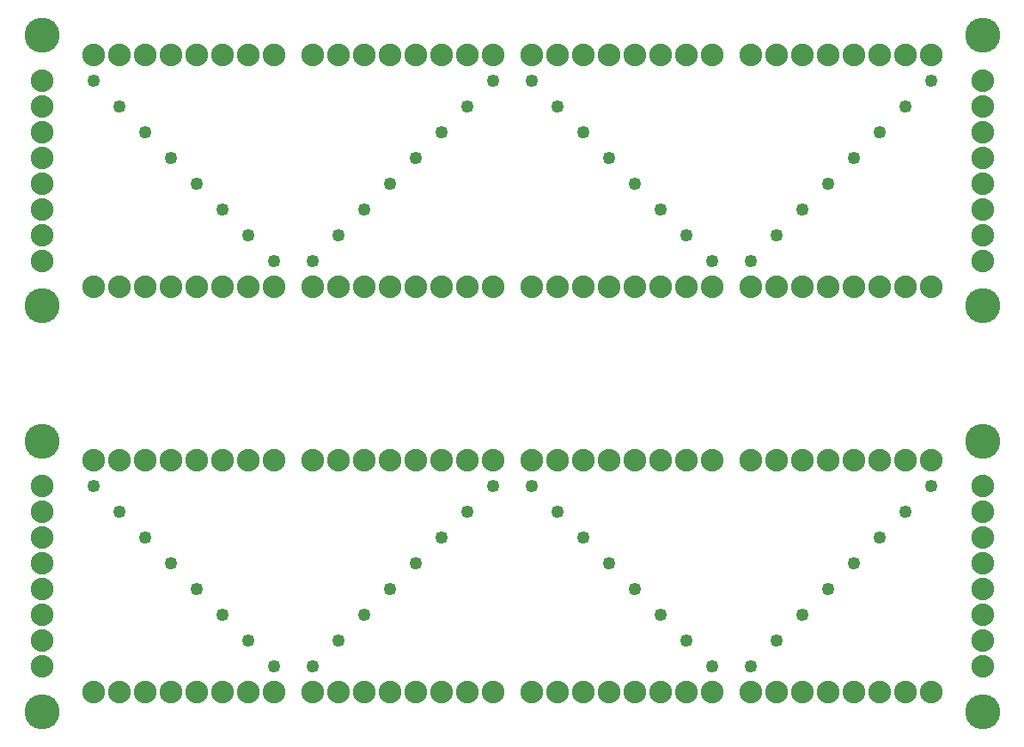
<source format=gbs>
G04 MADE WITH FRITZING*
G04 WWW.FRITZING.ORG*
G04 DOUBLE SIDED*
G04 HOLES PLATED*
G04 CONTOUR ON CENTER OF CONTOUR VECTOR*
%ASAXBY*%
%FSLAX23Y23*%
%MOIN*%
%OFA0B0*%
%SFA1.0B1.0*%
%ADD10C,0.135984*%
%ADD11C,0.088000*%
%ADD12C,0.049370*%
%LNMASK0*%
G90*
G70*
G54D10*
X119Y133D03*
X119Y1183D03*
X119Y2758D03*
X119Y1708D03*
X3769Y133D03*
X3769Y1708D03*
X3769Y1183D03*
X3769Y2758D03*
G54D11*
X2869Y208D03*
X2969Y208D03*
X3069Y208D03*
X3169Y208D03*
X3269Y208D03*
X3369Y208D03*
X3469Y208D03*
X3569Y208D03*
X2869Y1783D03*
X2969Y1783D03*
X3069Y1783D03*
X3169Y1783D03*
X3269Y1783D03*
X3369Y1783D03*
X3469Y1783D03*
X3569Y1783D03*
X2719Y208D03*
X2619Y208D03*
X2519Y208D03*
X2419Y208D03*
X2319Y208D03*
X2219Y208D03*
X2119Y208D03*
X2019Y208D03*
X2719Y1783D03*
X2619Y1783D03*
X2519Y1783D03*
X2419Y1783D03*
X2319Y1783D03*
X2219Y1783D03*
X2119Y1783D03*
X2019Y1783D03*
X1169Y208D03*
X1269Y208D03*
X1369Y208D03*
X1469Y208D03*
X1569Y208D03*
X1669Y208D03*
X1769Y208D03*
X1869Y208D03*
X1169Y1783D03*
X1269Y1783D03*
X1369Y1783D03*
X1469Y1783D03*
X1569Y1783D03*
X1669Y1783D03*
X1769Y1783D03*
X1869Y1783D03*
X1019Y208D03*
X919Y208D03*
X819Y208D03*
X719Y208D03*
X619Y208D03*
X519Y208D03*
X419Y208D03*
X319Y208D03*
X1019Y1783D03*
X919Y1783D03*
X819Y1783D03*
X719Y1783D03*
X619Y1783D03*
X519Y1783D03*
X419Y1783D03*
X319Y1783D03*
X2869Y1108D03*
X2969Y1108D03*
X3069Y1108D03*
X3169Y1108D03*
X3269Y1108D03*
X3369Y1108D03*
X3469Y1108D03*
X3569Y1108D03*
X2869Y2683D03*
X2969Y2683D03*
X3069Y2683D03*
X3169Y2683D03*
X3269Y2683D03*
X3369Y2683D03*
X3469Y2683D03*
X3569Y2683D03*
X2719Y1108D03*
X2619Y1108D03*
X2519Y1108D03*
X2419Y1108D03*
X2319Y1108D03*
X2219Y1108D03*
X2119Y1108D03*
X2019Y1108D03*
X2719Y2683D03*
X2619Y2683D03*
X2519Y2683D03*
X2419Y2683D03*
X2319Y2683D03*
X2219Y2683D03*
X2119Y2683D03*
X2019Y2683D03*
X1169Y1108D03*
X1269Y1108D03*
X1369Y1108D03*
X1469Y1108D03*
X1569Y1108D03*
X1669Y1108D03*
X1769Y1108D03*
X1869Y1108D03*
X1169Y2683D03*
X1269Y2683D03*
X1369Y2683D03*
X1469Y2683D03*
X1569Y2683D03*
X1669Y2683D03*
X1769Y2683D03*
X1869Y2683D03*
X1019Y1108D03*
X919Y1108D03*
X819Y1108D03*
X719Y1108D03*
X619Y1108D03*
X519Y1108D03*
X419Y1108D03*
X319Y1108D03*
X1019Y2683D03*
X919Y2683D03*
X819Y2683D03*
X719Y2683D03*
X619Y2683D03*
X519Y2683D03*
X419Y2683D03*
X319Y2683D03*
X3769Y308D03*
X3769Y408D03*
X3769Y508D03*
X3769Y608D03*
X3769Y708D03*
X3769Y808D03*
X3769Y908D03*
X3769Y1008D03*
X3769Y1883D03*
X3769Y1983D03*
X3769Y2083D03*
X3769Y2183D03*
X3769Y2283D03*
X3769Y2383D03*
X3769Y2483D03*
X3769Y2583D03*
X119Y308D03*
X119Y408D03*
X119Y508D03*
X119Y608D03*
X119Y708D03*
X119Y808D03*
X119Y908D03*
X119Y1008D03*
X119Y1883D03*
X119Y1983D03*
X119Y2083D03*
X119Y2183D03*
X119Y2283D03*
X119Y2383D03*
X119Y2483D03*
X119Y2583D03*
G54D12*
X3069Y508D03*
X3069Y2083D03*
X2519Y508D03*
X2519Y2083D03*
X1369Y508D03*
X1369Y2083D03*
X819Y508D03*
X819Y2083D03*
X2869Y308D03*
X2869Y1883D03*
X2719Y308D03*
X2719Y1883D03*
X1169Y308D03*
X1169Y1883D03*
X1019Y308D03*
X1019Y1883D03*
X2969Y408D03*
X2969Y1983D03*
X2619Y408D03*
X2619Y1983D03*
X1269Y408D03*
X1269Y1983D03*
X919Y408D03*
X919Y1983D03*
X3169Y608D03*
X3169Y2183D03*
X2419Y608D03*
X2419Y2183D03*
X1469Y608D03*
X1469Y2183D03*
X719Y608D03*
X719Y2183D03*
X3269Y708D03*
X3269Y2283D03*
X2319Y708D03*
X2319Y2283D03*
X1569Y708D03*
X1569Y2283D03*
X619Y708D03*
X619Y2283D03*
X3369Y808D03*
X3369Y2383D03*
X2219Y808D03*
X2219Y2383D03*
X1669Y808D03*
X1669Y2383D03*
X519Y808D03*
X519Y2383D03*
X3469Y908D03*
X3469Y2483D03*
X2119Y908D03*
X2119Y2483D03*
X1769Y908D03*
X1769Y2483D03*
X419Y908D03*
X419Y2483D03*
X3569Y1008D03*
X3569Y2583D03*
X2019Y1008D03*
X2019Y2583D03*
X1869Y1008D03*
X1869Y2583D03*
X319Y1008D03*
X319Y2583D03*
G04 End of Mask0*
M02*
</source>
